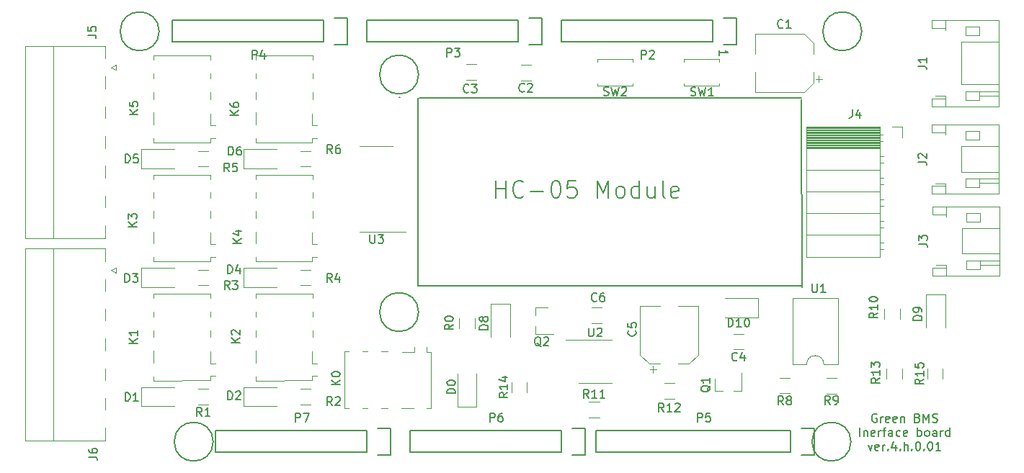
<source format=gbr>
G04 #@! TF.GenerationSoftware,KiCad,Pcbnew,(5.1.9)-1*
G04 #@! TF.CreationDate,2021-03-29T18:58:07+02:00*
G04 #@! TF.ProjectId,Interface_board_1,496e7465-7266-4616-9365-5f626f617264,4.h.0.01*
G04 #@! TF.SameCoordinates,Original*
G04 #@! TF.FileFunction,Legend,Top*
G04 #@! TF.FilePolarity,Positive*
%FSLAX46Y46*%
G04 Gerber Fmt 4.6, Leading zero omitted, Abs format (unit mm)*
G04 Created by KiCad (PCBNEW (5.1.9)-1) date 2021-03-29 18:58:07*
%MOMM*%
%LPD*%
G01*
G04 APERTURE LIST*
%ADD10C,0.150000*%
%ADD11C,0.120000*%
G04 APERTURE END LIST*
D10*
X194614285Y-127060000D02*
X194519047Y-127012380D01*
X194376190Y-127012380D01*
X194233333Y-127060000D01*
X194138095Y-127155238D01*
X194090476Y-127250476D01*
X194042857Y-127440952D01*
X194042857Y-127583809D01*
X194090476Y-127774285D01*
X194138095Y-127869523D01*
X194233333Y-127964761D01*
X194376190Y-128012380D01*
X194471428Y-128012380D01*
X194614285Y-127964761D01*
X194661904Y-127917142D01*
X194661904Y-127583809D01*
X194471428Y-127583809D01*
X195090476Y-128012380D02*
X195090476Y-127345714D01*
X195090476Y-127536190D02*
X195138095Y-127440952D01*
X195185714Y-127393333D01*
X195280952Y-127345714D01*
X195376190Y-127345714D01*
X196090476Y-127964761D02*
X195995238Y-128012380D01*
X195804761Y-128012380D01*
X195709523Y-127964761D01*
X195661904Y-127869523D01*
X195661904Y-127488571D01*
X195709523Y-127393333D01*
X195804761Y-127345714D01*
X195995238Y-127345714D01*
X196090476Y-127393333D01*
X196138095Y-127488571D01*
X196138095Y-127583809D01*
X195661904Y-127679047D01*
X196947619Y-127964761D02*
X196852380Y-128012380D01*
X196661904Y-128012380D01*
X196566666Y-127964761D01*
X196519047Y-127869523D01*
X196519047Y-127488571D01*
X196566666Y-127393333D01*
X196661904Y-127345714D01*
X196852380Y-127345714D01*
X196947619Y-127393333D01*
X196995238Y-127488571D01*
X196995238Y-127583809D01*
X196519047Y-127679047D01*
X197423809Y-127345714D02*
X197423809Y-128012380D01*
X197423809Y-127440952D02*
X197471428Y-127393333D01*
X197566666Y-127345714D01*
X197709523Y-127345714D01*
X197804761Y-127393333D01*
X197852380Y-127488571D01*
X197852380Y-128012380D01*
X199423809Y-127488571D02*
X199566666Y-127536190D01*
X199614285Y-127583809D01*
X199661904Y-127679047D01*
X199661904Y-127821904D01*
X199614285Y-127917142D01*
X199566666Y-127964761D01*
X199471428Y-128012380D01*
X199090476Y-128012380D01*
X199090476Y-127012380D01*
X199423809Y-127012380D01*
X199519047Y-127060000D01*
X199566666Y-127107619D01*
X199614285Y-127202857D01*
X199614285Y-127298095D01*
X199566666Y-127393333D01*
X199519047Y-127440952D01*
X199423809Y-127488571D01*
X199090476Y-127488571D01*
X200090476Y-128012380D02*
X200090476Y-127012380D01*
X200423809Y-127726666D01*
X200757142Y-127012380D01*
X200757142Y-128012380D01*
X201185714Y-127964761D02*
X201328571Y-128012380D01*
X201566666Y-128012380D01*
X201661904Y-127964761D01*
X201709523Y-127917142D01*
X201757142Y-127821904D01*
X201757142Y-127726666D01*
X201709523Y-127631428D01*
X201661904Y-127583809D01*
X201566666Y-127536190D01*
X201376190Y-127488571D01*
X201280952Y-127440952D01*
X201233333Y-127393333D01*
X201185714Y-127298095D01*
X201185714Y-127202857D01*
X201233333Y-127107619D01*
X201280952Y-127060000D01*
X201376190Y-127012380D01*
X201614285Y-127012380D01*
X201757142Y-127060000D01*
X192614285Y-129662380D02*
X192614285Y-128662380D01*
X193090476Y-128995714D02*
X193090476Y-129662380D01*
X193090476Y-129090952D02*
X193138095Y-129043333D01*
X193233333Y-128995714D01*
X193376190Y-128995714D01*
X193471428Y-129043333D01*
X193519047Y-129138571D01*
X193519047Y-129662380D01*
X194376190Y-129614761D02*
X194280952Y-129662380D01*
X194090476Y-129662380D01*
X193995238Y-129614761D01*
X193947619Y-129519523D01*
X193947619Y-129138571D01*
X193995238Y-129043333D01*
X194090476Y-128995714D01*
X194280952Y-128995714D01*
X194376190Y-129043333D01*
X194423809Y-129138571D01*
X194423809Y-129233809D01*
X193947619Y-129329047D01*
X194852380Y-129662380D02*
X194852380Y-128995714D01*
X194852380Y-129186190D02*
X194900000Y-129090952D01*
X194947619Y-129043333D01*
X195042857Y-128995714D01*
X195138095Y-128995714D01*
X195328571Y-128995714D02*
X195709523Y-128995714D01*
X195471428Y-129662380D02*
X195471428Y-128805238D01*
X195519047Y-128710000D01*
X195614285Y-128662380D01*
X195709523Y-128662380D01*
X196471428Y-129662380D02*
X196471428Y-129138571D01*
X196423809Y-129043333D01*
X196328571Y-128995714D01*
X196138095Y-128995714D01*
X196042857Y-129043333D01*
X196471428Y-129614761D02*
X196376190Y-129662380D01*
X196138095Y-129662380D01*
X196042857Y-129614761D01*
X195995238Y-129519523D01*
X195995238Y-129424285D01*
X196042857Y-129329047D01*
X196138095Y-129281428D01*
X196376190Y-129281428D01*
X196471428Y-129233809D01*
X197376190Y-129614761D02*
X197280952Y-129662380D01*
X197090476Y-129662380D01*
X196995238Y-129614761D01*
X196947619Y-129567142D01*
X196900000Y-129471904D01*
X196900000Y-129186190D01*
X196947619Y-129090952D01*
X196995238Y-129043333D01*
X197090476Y-128995714D01*
X197280952Y-128995714D01*
X197376190Y-129043333D01*
X198185714Y-129614761D02*
X198090476Y-129662380D01*
X197900000Y-129662380D01*
X197804761Y-129614761D01*
X197757142Y-129519523D01*
X197757142Y-129138571D01*
X197804761Y-129043333D01*
X197900000Y-128995714D01*
X198090476Y-128995714D01*
X198185714Y-129043333D01*
X198233333Y-129138571D01*
X198233333Y-129233809D01*
X197757142Y-129329047D01*
X199423809Y-129662380D02*
X199423809Y-128662380D01*
X199423809Y-129043333D02*
X199519047Y-128995714D01*
X199709523Y-128995714D01*
X199804761Y-129043333D01*
X199852380Y-129090952D01*
X199900000Y-129186190D01*
X199900000Y-129471904D01*
X199852380Y-129567142D01*
X199804761Y-129614761D01*
X199709523Y-129662380D01*
X199519047Y-129662380D01*
X199423809Y-129614761D01*
X200471428Y-129662380D02*
X200376190Y-129614761D01*
X200328571Y-129567142D01*
X200280952Y-129471904D01*
X200280952Y-129186190D01*
X200328571Y-129090952D01*
X200376190Y-129043333D01*
X200471428Y-128995714D01*
X200614285Y-128995714D01*
X200709523Y-129043333D01*
X200757142Y-129090952D01*
X200804761Y-129186190D01*
X200804761Y-129471904D01*
X200757142Y-129567142D01*
X200709523Y-129614761D01*
X200614285Y-129662380D01*
X200471428Y-129662380D01*
X201661904Y-129662380D02*
X201661904Y-129138571D01*
X201614285Y-129043333D01*
X201519047Y-128995714D01*
X201328571Y-128995714D01*
X201233333Y-129043333D01*
X201661904Y-129614761D02*
X201566666Y-129662380D01*
X201328571Y-129662380D01*
X201233333Y-129614761D01*
X201185714Y-129519523D01*
X201185714Y-129424285D01*
X201233333Y-129329047D01*
X201328571Y-129281428D01*
X201566666Y-129281428D01*
X201661904Y-129233809D01*
X202138095Y-129662380D02*
X202138095Y-128995714D01*
X202138095Y-129186190D02*
X202185714Y-129090952D01*
X202233333Y-129043333D01*
X202328571Y-128995714D01*
X202423809Y-128995714D01*
X203185714Y-129662380D02*
X203185714Y-128662380D01*
X203185714Y-129614761D02*
X203090476Y-129662380D01*
X202900000Y-129662380D01*
X202804761Y-129614761D01*
X202757142Y-129567142D01*
X202709523Y-129471904D01*
X202709523Y-129186190D01*
X202757142Y-129090952D01*
X202804761Y-129043333D01*
X202900000Y-128995714D01*
X203090476Y-128995714D01*
X203185714Y-129043333D01*
X193614285Y-130645714D02*
X193852380Y-131312380D01*
X194090476Y-130645714D01*
X194852380Y-131264761D02*
X194757142Y-131312380D01*
X194566666Y-131312380D01*
X194471428Y-131264761D01*
X194423809Y-131169523D01*
X194423809Y-130788571D01*
X194471428Y-130693333D01*
X194566666Y-130645714D01*
X194757142Y-130645714D01*
X194852380Y-130693333D01*
X194900000Y-130788571D01*
X194900000Y-130883809D01*
X194423809Y-130979047D01*
X195328571Y-131312380D02*
X195328571Y-130645714D01*
X195328571Y-130836190D02*
X195376190Y-130740952D01*
X195423809Y-130693333D01*
X195519047Y-130645714D01*
X195614285Y-130645714D01*
X195947619Y-131217142D02*
X195995238Y-131264761D01*
X195947619Y-131312380D01*
X195900000Y-131264761D01*
X195947619Y-131217142D01*
X195947619Y-131312380D01*
X196852380Y-130645714D02*
X196852380Y-131312380D01*
X196614285Y-130264761D02*
X196376190Y-130979047D01*
X196995238Y-130979047D01*
X197376190Y-131217142D02*
X197423809Y-131264761D01*
X197376190Y-131312380D01*
X197328571Y-131264761D01*
X197376190Y-131217142D01*
X197376190Y-131312380D01*
X197852380Y-131312380D02*
X197852380Y-130312380D01*
X198280952Y-131312380D02*
X198280952Y-130788571D01*
X198233333Y-130693333D01*
X198138095Y-130645714D01*
X197995238Y-130645714D01*
X197900000Y-130693333D01*
X197852380Y-130740952D01*
X198757142Y-131217142D02*
X198804761Y-131264761D01*
X198757142Y-131312380D01*
X198709523Y-131264761D01*
X198757142Y-131217142D01*
X198757142Y-131312380D01*
X199423809Y-130312380D02*
X199519047Y-130312380D01*
X199614285Y-130360000D01*
X199661904Y-130407619D01*
X199709523Y-130502857D01*
X199757142Y-130693333D01*
X199757142Y-130931428D01*
X199709523Y-131121904D01*
X199661904Y-131217142D01*
X199614285Y-131264761D01*
X199519047Y-131312380D01*
X199423809Y-131312380D01*
X199328571Y-131264761D01*
X199280952Y-131217142D01*
X199233333Y-131121904D01*
X199185714Y-130931428D01*
X199185714Y-130693333D01*
X199233333Y-130502857D01*
X199280952Y-130407619D01*
X199328571Y-130360000D01*
X199423809Y-130312380D01*
X200185714Y-131217142D02*
X200233333Y-131264761D01*
X200185714Y-131312380D01*
X200138095Y-131264761D01*
X200185714Y-131217142D01*
X200185714Y-131312380D01*
X200852380Y-130312380D02*
X200947619Y-130312380D01*
X201042857Y-130360000D01*
X201090476Y-130407619D01*
X201138095Y-130502857D01*
X201185714Y-130693333D01*
X201185714Y-130931428D01*
X201138095Y-131121904D01*
X201090476Y-131217142D01*
X201042857Y-131264761D01*
X200947619Y-131312380D01*
X200852380Y-131312380D01*
X200757142Y-131264761D01*
X200709523Y-131217142D01*
X200661904Y-131121904D01*
X200614285Y-130931428D01*
X200614285Y-130693333D01*
X200661904Y-130502857D01*
X200709523Y-130407619D01*
X200757142Y-130360000D01*
X200852380Y-130312380D01*
X202138095Y-131312380D02*
X201566666Y-131312380D01*
X201852380Y-131312380D02*
X201852380Y-130312380D01*
X201757142Y-130455238D01*
X201661904Y-130550476D01*
X201566666Y-130598095D01*
X149867054Y-101605601D02*
X149867054Y-99605601D01*
X149867054Y-100557982D02*
X151009911Y-100557982D01*
X151009911Y-101605601D02*
X151009911Y-99605601D01*
X153105149Y-101415125D02*
X153009911Y-101510363D01*
X152724197Y-101605601D01*
X152533720Y-101605601D01*
X152248006Y-101510363D01*
X152057530Y-101319887D01*
X151962292Y-101129411D01*
X151867054Y-100748459D01*
X151867054Y-100462744D01*
X151962292Y-100081792D01*
X152057530Y-99891316D01*
X152248006Y-99700840D01*
X152533720Y-99605601D01*
X152724197Y-99605601D01*
X153009911Y-99700840D01*
X153105149Y-99796078D01*
X153962292Y-100843697D02*
X155486101Y-100843697D01*
X156819435Y-99605601D02*
X157009911Y-99605601D01*
X157200387Y-99700840D01*
X157295625Y-99796078D01*
X157390863Y-99986554D01*
X157486101Y-100367506D01*
X157486101Y-100843697D01*
X157390863Y-101224649D01*
X157295625Y-101415125D01*
X157200387Y-101510363D01*
X157009911Y-101605601D01*
X156819435Y-101605601D01*
X156628959Y-101510363D01*
X156533720Y-101415125D01*
X156438482Y-101224649D01*
X156343244Y-100843697D01*
X156343244Y-100367506D01*
X156438482Y-99986554D01*
X156533720Y-99796078D01*
X156628959Y-99700840D01*
X156819435Y-99605601D01*
X159295625Y-99605601D02*
X158343244Y-99605601D01*
X158248006Y-100557982D01*
X158343244Y-100462744D01*
X158533720Y-100367506D01*
X159009911Y-100367506D01*
X159200387Y-100462744D01*
X159295625Y-100557982D01*
X159390863Y-100748459D01*
X159390863Y-101224649D01*
X159295625Y-101415125D01*
X159200387Y-101510363D01*
X159009911Y-101605601D01*
X158533720Y-101605601D01*
X158343244Y-101510363D01*
X158248006Y-101415125D01*
X161771816Y-101605601D02*
X161771816Y-99605601D01*
X162438482Y-101034173D01*
X163105149Y-99605601D01*
X163105149Y-101605601D01*
X164343244Y-101605601D02*
X164152768Y-101510363D01*
X164057530Y-101415125D01*
X163962292Y-101224649D01*
X163962292Y-100653220D01*
X164057530Y-100462744D01*
X164152768Y-100367506D01*
X164343244Y-100272268D01*
X164628959Y-100272268D01*
X164819435Y-100367506D01*
X164914673Y-100462744D01*
X165009911Y-100653220D01*
X165009911Y-101224649D01*
X164914673Y-101415125D01*
X164819435Y-101510363D01*
X164628959Y-101605601D01*
X164343244Y-101605601D01*
X166724197Y-101605601D02*
X166724197Y-99605601D01*
X166724197Y-101510363D02*
X166533720Y-101605601D01*
X166152768Y-101605601D01*
X165962292Y-101510363D01*
X165867054Y-101415125D01*
X165771816Y-101224649D01*
X165771816Y-100653220D01*
X165867054Y-100462744D01*
X165962292Y-100367506D01*
X166152768Y-100272268D01*
X166533720Y-100272268D01*
X166724197Y-100367506D01*
X168533720Y-100272268D02*
X168533720Y-101605601D01*
X167676578Y-100272268D02*
X167676578Y-101319887D01*
X167771816Y-101510363D01*
X167962292Y-101605601D01*
X168248006Y-101605601D01*
X168438482Y-101510363D01*
X168533720Y-101415125D01*
X169771816Y-101605601D02*
X169581340Y-101510363D01*
X169486101Y-101319887D01*
X169486101Y-99605601D01*
X171295625Y-101510363D02*
X171105149Y-101605601D01*
X170724197Y-101605601D01*
X170533720Y-101510363D01*
X170438482Y-101319887D01*
X170438482Y-100557982D01*
X170533720Y-100367506D01*
X170724197Y-100272268D01*
X171105149Y-100272268D01*
X171295625Y-100367506D01*
X171390863Y-100557982D01*
X171390863Y-100748459D01*
X170438482Y-100938935D01*
X138536680Y-89816940D02*
X138572240Y-89816940D01*
X138572240Y-89809320D02*
X138536680Y-89816940D01*
X140710920Y-111968280D02*
X140746480Y-89847420D01*
X185755280Y-111947960D02*
X140779500Y-111947960D01*
X185760360Y-90035380D02*
X185823860Y-112110520D01*
X140868400Y-89870280D02*
X185745120Y-89905840D01*
X176146199Y-84857554D02*
X176146199Y-84286125D01*
X176146199Y-84571840D02*
X177146199Y-84571840D01*
X177003341Y-84476601D01*
X176908103Y-84381363D01*
X176860484Y-84286125D01*
D11*
X147368940Y-115732476D02*
X147368940Y-116936604D01*
X145548940Y-115732476D02*
X145548940Y-116936604D01*
X145349340Y-122275800D02*
X145349340Y-126160800D01*
X145349340Y-126160800D02*
X147619340Y-126160800D01*
X147619340Y-126160800D02*
X147619340Y-122275800D01*
X103959020Y-107559160D02*
X94539020Y-107559160D01*
X94539020Y-107559160D02*
X94539020Y-130179160D01*
X94539020Y-130179160D02*
X103959020Y-130179160D01*
X103959020Y-107559160D02*
X103959020Y-109069160D01*
X103959020Y-130179160D02*
X103959020Y-128669160D01*
X103959020Y-111169160D02*
X103959020Y-112569160D01*
X103959020Y-114669160D02*
X103959020Y-116069160D01*
X103959020Y-118169160D02*
X103959020Y-119569160D01*
X103959020Y-121669160D02*
X103959020Y-123069160D01*
X103959020Y-125169160D02*
X103959020Y-126569160D01*
X97849020Y-107559160D02*
X97849020Y-130179160D01*
X105249020Y-110419160D02*
X104649020Y-110119160D01*
X104649020Y-110119160D02*
X105249020Y-109819160D01*
X105249020Y-109819160D02*
X105249020Y-110419160D01*
X103966640Y-83741580D02*
X94546640Y-83741580D01*
X94546640Y-83741580D02*
X94546640Y-106361580D01*
X94546640Y-106361580D02*
X103966640Y-106361580D01*
X103966640Y-83741580D02*
X103966640Y-85251580D01*
X103966640Y-106361580D02*
X103966640Y-104851580D01*
X103966640Y-87351580D02*
X103966640Y-88751580D01*
X103966640Y-90851580D02*
X103966640Y-92251580D01*
X103966640Y-94351580D02*
X103966640Y-95751580D01*
X103966640Y-97851580D02*
X103966640Y-99251580D01*
X103966640Y-101351580D02*
X103966640Y-102751580D01*
X97856640Y-83741580D02*
X97856640Y-106361580D01*
X105256640Y-86601580D02*
X104656640Y-86301580D01*
X104656640Y-86301580D02*
X105256640Y-86001580D01*
X105256640Y-86001580D02*
X105256640Y-86601580D01*
X154515280Y-114467520D02*
X154515280Y-115397520D01*
X154515280Y-117627520D02*
X154515280Y-116697520D01*
X154515280Y-117627520D02*
X156675280Y-117627520D01*
X154515280Y-114467520D02*
X155975280Y-114467520D01*
X175574840Y-124343700D02*
X176504840Y-124343700D01*
X178734840Y-124343700D02*
X177804840Y-124343700D01*
X178734840Y-124343700D02*
X178734840Y-122183700D01*
X175574840Y-124343700D02*
X175574840Y-122883700D01*
X196471540Y-93221500D02*
X197581540Y-93221500D01*
X197581540Y-93221500D02*
X197581540Y-94551500D01*
X186381540Y-93221500D02*
X186381540Y-108581500D01*
X186381540Y-108581500D02*
X195011540Y-108581500D01*
X195011540Y-93221500D02*
X195011540Y-108581500D01*
X186381540Y-93221500D02*
X195011540Y-93221500D01*
X186381540Y-105981500D02*
X195011540Y-105981500D01*
X186381540Y-103441500D02*
X195011540Y-103441500D01*
X186381540Y-100901500D02*
X195011540Y-100901500D01*
X186381540Y-98361500D02*
X195011540Y-98361500D01*
X186381540Y-95821500D02*
X195011540Y-95821500D01*
X195011540Y-107611500D02*
X195421540Y-107611500D01*
X195011540Y-106891500D02*
X195421540Y-106891500D01*
X195011540Y-105071500D02*
X195421540Y-105071500D01*
X195011540Y-104351500D02*
X195421540Y-104351500D01*
X195011540Y-102531500D02*
X195421540Y-102531500D01*
X195011540Y-101811500D02*
X195421540Y-101811500D01*
X195011540Y-99991500D02*
X195421540Y-99991500D01*
X195011540Y-99271500D02*
X195421540Y-99271500D01*
X195011540Y-97451500D02*
X195421540Y-97451500D01*
X195011540Y-96731500D02*
X195421540Y-96731500D01*
X195011540Y-94911500D02*
X195361540Y-94911500D01*
X195011540Y-94191500D02*
X195361540Y-94191500D01*
X186381540Y-95703400D02*
X195011540Y-95703400D01*
X186381540Y-95585305D02*
X195011540Y-95585305D01*
X186381540Y-95467210D02*
X195011540Y-95467210D01*
X186381540Y-95349115D02*
X195011540Y-95349115D01*
X186381540Y-95231020D02*
X195011540Y-95231020D01*
X186381540Y-95112925D02*
X195011540Y-95112925D01*
X186381540Y-94994830D02*
X195011540Y-94994830D01*
X186381540Y-94876735D02*
X195011540Y-94876735D01*
X186381540Y-94758640D02*
X195011540Y-94758640D01*
X186381540Y-94640545D02*
X195011540Y-94640545D01*
X186381540Y-94522450D02*
X195011540Y-94522450D01*
X186381540Y-94404355D02*
X195011540Y-94404355D01*
X186381540Y-94286260D02*
X195011540Y-94286260D01*
X186381540Y-94168165D02*
X195011540Y-94168165D01*
X186381540Y-94050070D02*
X195011540Y-94050070D01*
X186381540Y-93931975D02*
X195011540Y-93931975D01*
X186381540Y-93813880D02*
X195011540Y-93813880D01*
X186381540Y-93695785D02*
X195011540Y-93695785D01*
X186381540Y-93577690D02*
X195011540Y-93577690D01*
X186381540Y-93459595D02*
X195011540Y-93459595D01*
X186381540Y-93341500D02*
X195011540Y-93341500D01*
X135841740Y-105654160D02*
X139291740Y-105654160D01*
X135841740Y-105654160D02*
X133891740Y-105654160D01*
X135841740Y-95534160D02*
X137791740Y-95534160D01*
X135841740Y-95534160D02*
X133891740Y-95534160D01*
X161536380Y-118305900D02*
X158086380Y-118305900D01*
X161536380Y-118305900D02*
X163486380Y-118305900D01*
X161536380Y-123425900D02*
X159586380Y-123425900D01*
X161536380Y-123425900D02*
X163486380Y-123425900D01*
X184743580Y-121167200D02*
X186393580Y-121167200D01*
X184743580Y-113427200D02*
X184743580Y-121167200D01*
X190043580Y-113427200D02*
X184743580Y-113427200D01*
X190043580Y-121167200D02*
X190043580Y-113427200D01*
X188393580Y-121167200D02*
X190043580Y-121167200D01*
X186393580Y-121167200D02*
G75*
G02*
X188393580Y-121167200I1000000J0D01*
G01*
X161810000Y-88450000D02*
X161810000Y-88150000D01*
X165950000Y-85310000D02*
X165950000Y-85610000D01*
X165950000Y-88150000D02*
X165950000Y-88450000D01*
X161810000Y-85310000D02*
X165950000Y-85310000D01*
X161810000Y-85610000D02*
X161810000Y-85310000D01*
X165950000Y-88450000D02*
X161810000Y-88450000D01*
X202400000Y-122892064D02*
X202400000Y-121687936D01*
X200580000Y-122892064D02*
X200580000Y-121687936D01*
X153536060Y-124477864D02*
X153536060Y-123273736D01*
X151716060Y-124477864D02*
X151716060Y-123273736D01*
X195754360Y-121670996D02*
X195754360Y-122875124D01*
X197574360Y-121670996D02*
X197574360Y-122875124D01*
X169669376Y-125222680D02*
X170873504Y-125222680D01*
X169669376Y-123402680D02*
X170873504Y-123402680D01*
X160814936Y-127435020D02*
X162019064Y-127435020D01*
X160814936Y-125615020D02*
X162019064Y-125615020D01*
X195510520Y-114665676D02*
X195510520Y-115869804D01*
X197330520Y-114665676D02*
X197330520Y-115869804D01*
X188711216Y-124637820D02*
X189915344Y-124637820D01*
X188711216Y-122817820D02*
X189915344Y-122817820D01*
X184408624Y-122777180D02*
X183204496Y-122777180D01*
X184408624Y-124597180D02*
X183204496Y-124597180D01*
X128102064Y-96090000D02*
X126897936Y-96090000D01*
X128102064Y-97910000D02*
X126897936Y-97910000D01*
X116102064Y-96090000D02*
X114897936Y-96090000D01*
X116102064Y-97910000D02*
X114897936Y-97910000D01*
X128102064Y-110090000D02*
X126897936Y-110090000D01*
X128102064Y-111910000D02*
X126897936Y-111910000D01*
X116102064Y-110090000D02*
X114897936Y-110090000D01*
X116102064Y-111910000D02*
X114897936Y-111910000D01*
X128102064Y-124090000D02*
X126897936Y-124090000D01*
X128102064Y-125910000D02*
X126897936Y-125910000D01*
X116102064Y-124090000D02*
X114897936Y-124090000D01*
X116102064Y-125910000D02*
X114897936Y-125910000D01*
X128300000Y-95090000D02*
X121640000Y-95100000D01*
X121640000Y-95100000D02*
X121640000Y-94600000D01*
X121640000Y-93000000D02*
X121640000Y-91600000D01*
X121640000Y-90000000D02*
X121640000Y-89200000D01*
X121640000Y-87600000D02*
X121640000Y-87000000D01*
X121640000Y-85400000D02*
X121640000Y-84900000D01*
X121640000Y-84900000D02*
X128340000Y-84900000D01*
X128340000Y-84900000D02*
X128340000Y-85400000D01*
X128340000Y-87000000D02*
X128340000Y-87600000D01*
X128340000Y-89200000D02*
X128340000Y-90000000D01*
X128300000Y-91690000D02*
X128300000Y-93090000D01*
X128300000Y-95090000D02*
X128300000Y-94590000D01*
X128300000Y-94590000D02*
X128900000Y-94590000D01*
X128300000Y-93090000D02*
X128900000Y-93090000D01*
X116300000Y-95090000D02*
X109640000Y-95100000D01*
X109640000Y-95100000D02*
X109640000Y-94600000D01*
X109640000Y-93000000D02*
X109640000Y-91600000D01*
X109640000Y-90000000D02*
X109640000Y-89200000D01*
X109640000Y-87600000D02*
X109640000Y-87000000D01*
X109640000Y-85400000D02*
X109640000Y-84900000D01*
X109640000Y-84900000D02*
X116340000Y-84900000D01*
X116340000Y-84900000D02*
X116340000Y-85400000D01*
X116340000Y-87000000D02*
X116340000Y-87600000D01*
X116340000Y-89200000D02*
X116340000Y-90000000D01*
X116300000Y-91690000D02*
X116300000Y-93090000D01*
X116300000Y-95090000D02*
X116300000Y-94590000D01*
X116300000Y-94590000D02*
X116900000Y-94590000D01*
X116300000Y-93090000D02*
X116900000Y-93090000D01*
X128300000Y-109090000D02*
X121640000Y-109100000D01*
X121640000Y-109100000D02*
X121640000Y-108600000D01*
X121640000Y-107000000D02*
X121640000Y-105600000D01*
X121640000Y-104000000D02*
X121640000Y-103200000D01*
X121640000Y-101600000D02*
X121640000Y-101000000D01*
X121640000Y-99400000D02*
X121640000Y-98900000D01*
X121640000Y-98900000D02*
X128340000Y-98900000D01*
X128340000Y-98900000D02*
X128340000Y-99400000D01*
X128340000Y-101000000D02*
X128340000Y-101600000D01*
X128340000Y-103200000D02*
X128340000Y-104000000D01*
X128300000Y-105690000D02*
X128300000Y-107090000D01*
X128300000Y-109090000D02*
X128300000Y-108590000D01*
X128300000Y-108590000D02*
X128900000Y-108590000D01*
X128300000Y-107090000D02*
X128900000Y-107090000D01*
X116300000Y-109090000D02*
X109640000Y-109100000D01*
X109640000Y-109100000D02*
X109640000Y-108600000D01*
X109640000Y-107000000D02*
X109640000Y-105600000D01*
X109640000Y-104000000D02*
X109640000Y-103200000D01*
X109640000Y-101600000D02*
X109640000Y-101000000D01*
X109640000Y-99400000D02*
X109640000Y-98900000D01*
X109640000Y-98900000D02*
X116340000Y-98900000D01*
X116340000Y-98900000D02*
X116340000Y-99400000D01*
X116340000Y-101000000D02*
X116340000Y-101600000D01*
X116340000Y-103200000D02*
X116340000Y-104000000D01*
X116300000Y-105690000D02*
X116300000Y-107090000D01*
X116300000Y-109090000D02*
X116300000Y-108590000D01*
X116300000Y-108590000D02*
X116900000Y-108590000D01*
X116300000Y-107090000D02*
X116900000Y-107090000D01*
X128300000Y-123090000D02*
X121640000Y-123100000D01*
X121640000Y-123100000D02*
X121640000Y-122600000D01*
X121640000Y-121000000D02*
X121640000Y-119600000D01*
X121640000Y-118000000D02*
X121640000Y-117200000D01*
X121640000Y-115600000D02*
X121640000Y-115000000D01*
X121640000Y-113400000D02*
X121640000Y-112900000D01*
X121640000Y-112900000D02*
X128340000Y-112900000D01*
X128340000Y-112900000D02*
X128340000Y-113400000D01*
X128340000Y-115000000D02*
X128340000Y-115600000D01*
X128340000Y-117200000D02*
X128340000Y-118000000D01*
X128300000Y-119690000D02*
X128300000Y-121090000D01*
X128300000Y-123090000D02*
X128300000Y-122590000D01*
X128300000Y-122590000D02*
X128900000Y-122590000D01*
X128300000Y-121090000D02*
X128900000Y-121090000D01*
X116300000Y-123090000D02*
X109640000Y-123100000D01*
X109640000Y-123100000D02*
X109640000Y-122600000D01*
X109640000Y-121000000D02*
X109640000Y-119600000D01*
X109640000Y-118000000D02*
X109640000Y-117200000D01*
X109640000Y-115600000D02*
X109640000Y-115000000D01*
X109640000Y-113400000D02*
X109640000Y-112900000D01*
X109640000Y-112900000D02*
X116340000Y-112900000D01*
X116340000Y-112900000D02*
X116340000Y-113400000D01*
X116340000Y-115000000D02*
X116340000Y-115600000D01*
X116340000Y-117200000D02*
X116340000Y-118000000D01*
X116300000Y-119690000D02*
X116300000Y-121090000D01*
X116300000Y-123090000D02*
X116300000Y-122590000D01*
X116300000Y-122590000D02*
X116900000Y-122590000D01*
X116300000Y-121090000D02*
X116900000Y-121090000D01*
X142267780Y-119722360D02*
X142277780Y-126382360D01*
X142277780Y-126382360D02*
X141777780Y-126382360D01*
X140177780Y-126382360D02*
X138777780Y-126382360D01*
X137177780Y-126382360D02*
X136377780Y-126382360D01*
X134777780Y-126382360D02*
X134177780Y-126382360D01*
X132577780Y-126382360D02*
X132077780Y-126382360D01*
X132077780Y-126382360D02*
X132077780Y-119682360D01*
X132077780Y-119682360D02*
X132577780Y-119682360D01*
X134177780Y-119682360D02*
X134777780Y-119682360D01*
X136377780Y-119682360D02*
X137177780Y-119682360D01*
X138867780Y-119722360D02*
X140267780Y-119722360D01*
X142267780Y-119722360D02*
X141767780Y-119722360D01*
X141767780Y-119722360D02*
X141767780Y-119122360D01*
X140267780Y-119722360D02*
X140267780Y-119122360D01*
X202786280Y-109551680D02*
X201571280Y-109551680D01*
X206746280Y-109491680D02*
X209006280Y-109491680D01*
X206746280Y-108991680D02*
X209006280Y-108991680D01*
X205146280Y-104391680D02*
X205146280Y-103391680D01*
X206746280Y-104391680D02*
X205146280Y-104391680D01*
X206746280Y-103391680D02*
X206746280Y-104391680D01*
X205146280Y-103391680D02*
X206746280Y-103391680D01*
X205146280Y-108991680D02*
X205146280Y-109991680D01*
X206746280Y-108991680D02*
X205146280Y-108991680D01*
X206746280Y-109991680D02*
X206746280Y-108991680D01*
X205146280Y-109991680D02*
X206746280Y-109991680D01*
X202786280Y-102631680D02*
X202786280Y-103551680D01*
X202786280Y-110751680D02*
X202786280Y-109831680D01*
X204646280Y-105191680D02*
X209006280Y-105191680D01*
X204646280Y-108191680D02*
X204646280Y-105191680D01*
X209006280Y-108191680D02*
X204646280Y-108191680D01*
X202786280Y-103551680D02*
X202786280Y-103831680D01*
X201186280Y-103551680D02*
X202786280Y-103551680D01*
X201186280Y-102631680D02*
X201186280Y-103551680D01*
X209006280Y-102631680D02*
X201186280Y-102631680D01*
X209006280Y-110751680D02*
X209006280Y-102631680D01*
X201186280Y-110751680D02*
X209006280Y-110751680D01*
X201186280Y-109831680D02*
X201186280Y-110751680D01*
X202786280Y-109831680D02*
X201186280Y-109831680D01*
X202786280Y-109551680D02*
X202786280Y-109831680D01*
X202717700Y-99909840D02*
X201502700Y-99909840D01*
X206677700Y-99849840D02*
X208937700Y-99849840D01*
X206677700Y-99349840D02*
X208937700Y-99349840D01*
X205077700Y-94749840D02*
X205077700Y-93749840D01*
X206677700Y-94749840D02*
X205077700Y-94749840D01*
X206677700Y-93749840D02*
X206677700Y-94749840D01*
X205077700Y-93749840D02*
X206677700Y-93749840D01*
X205077700Y-99349840D02*
X205077700Y-100349840D01*
X206677700Y-99349840D02*
X205077700Y-99349840D01*
X206677700Y-100349840D02*
X206677700Y-99349840D01*
X205077700Y-100349840D02*
X206677700Y-100349840D01*
X202717700Y-92989840D02*
X202717700Y-93909840D01*
X202717700Y-101109840D02*
X202717700Y-100189840D01*
X204577700Y-95549840D02*
X208937700Y-95549840D01*
X204577700Y-98549840D02*
X204577700Y-95549840D01*
X208937700Y-98549840D02*
X204577700Y-98549840D01*
X202717700Y-93909840D02*
X202717700Y-94189840D01*
X201117700Y-93909840D02*
X202717700Y-93909840D01*
X201117700Y-92989840D02*
X201117700Y-93909840D01*
X208937700Y-92989840D02*
X201117700Y-92989840D01*
X208937700Y-101109840D02*
X208937700Y-92989840D01*
X201117700Y-101109840D02*
X208937700Y-101109840D01*
X201117700Y-100189840D02*
X201117700Y-101109840D01*
X202717700Y-100189840D02*
X201117700Y-100189840D01*
X202717700Y-99909840D02*
X202717700Y-100189840D01*
X202727860Y-89653320D02*
X201512860Y-89653320D01*
X206687860Y-89593320D02*
X208947860Y-89593320D01*
X206687860Y-89093320D02*
X208947860Y-89093320D01*
X205087860Y-82493320D02*
X205087860Y-81493320D01*
X206687860Y-82493320D02*
X205087860Y-82493320D01*
X206687860Y-81493320D02*
X206687860Y-82493320D01*
X205087860Y-81493320D02*
X206687860Y-81493320D01*
X205087860Y-89093320D02*
X205087860Y-90093320D01*
X206687860Y-89093320D02*
X205087860Y-89093320D01*
X206687860Y-90093320D02*
X206687860Y-89093320D01*
X205087860Y-90093320D02*
X206687860Y-90093320D01*
X202727860Y-80733320D02*
X202727860Y-81653320D01*
X202727860Y-90853320D02*
X202727860Y-89933320D01*
X204587860Y-83293320D02*
X208947860Y-83293320D01*
X204587860Y-88293320D02*
X204587860Y-83293320D01*
X208947860Y-88293320D02*
X204587860Y-88293320D01*
X202727860Y-81653320D02*
X202727860Y-81933320D01*
X201127860Y-81653320D02*
X202727860Y-81653320D01*
X201127860Y-80733320D02*
X201127860Y-81653320D01*
X208947860Y-80733320D02*
X201127860Y-80733320D01*
X208947860Y-90853320D02*
X208947860Y-80733320D01*
X201127860Y-90853320D02*
X208947860Y-90853320D01*
X201127860Y-89933320D02*
X201127860Y-90853320D01*
X202727860Y-89933320D02*
X201127860Y-89933320D01*
X202727860Y-89653320D02*
X202727860Y-89933320D01*
X180670480Y-113380920D02*
X176785480Y-113380920D01*
X180670480Y-115650920D02*
X180670480Y-113380920D01*
X176785480Y-115650920D02*
X180670480Y-115650920D01*
X200390040Y-112982740D02*
X200390040Y-116867740D01*
X202660040Y-112982740D02*
X200390040Y-112982740D01*
X202660040Y-116867740D02*
X202660040Y-112982740D01*
X149268560Y-114118120D02*
X149268560Y-118003120D01*
X151538560Y-114118120D02*
X149268560Y-114118120D01*
X151538560Y-118003120D02*
X151538560Y-114118120D01*
X120215000Y-98135000D02*
X124100000Y-98135000D01*
X120215000Y-95865000D02*
X120215000Y-98135000D01*
X124100000Y-95865000D02*
X120215000Y-95865000D01*
X108215000Y-98135000D02*
X112100000Y-98135000D01*
X108215000Y-95865000D02*
X108215000Y-98135000D01*
X112100000Y-95865000D02*
X108215000Y-95865000D01*
X120215000Y-112135000D02*
X124100000Y-112135000D01*
X120215000Y-109865000D02*
X120215000Y-112135000D01*
X124100000Y-109865000D02*
X120215000Y-109865000D01*
X108215000Y-112135000D02*
X112100000Y-112135000D01*
X108215000Y-109865000D02*
X108215000Y-112135000D01*
X112100000Y-109865000D02*
X108215000Y-109865000D01*
X120215000Y-126135000D02*
X124100000Y-126135000D01*
X120215000Y-123865000D02*
X120215000Y-126135000D01*
X124100000Y-123865000D02*
X120215000Y-123865000D01*
X108215000Y-126135000D02*
X112100000Y-126135000D01*
X108215000Y-123865000D02*
X108215000Y-126135000D01*
X112100000Y-123865000D02*
X108215000Y-123865000D01*
X162318784Y-114535540D02*
X161114656Y-114535540D01*
X162318784Y-116355540D02*
X161114656Y-116355540D01*
X167964150Y-121777830D02*
X168751650Y-121777830D01*
X168357900Y-122171580D02*
X168357900Y-121384080D01*
X172550963Y-121144080D02*
X173615400Y-120079643D01*
X167859837Y-121144080D02*
X166795400Y-120079643D01*
X167859837Y-121144080D02*
X169145400Y-121144080D01*
X172550963Y-121144080D02*
X171265400Y-121144080D01*
X173615400Y-120079643D02*
X173615400Y-114324080D01*
X166795400Y-120079643D02*
X166795400Y-114324080D01*
X166795400Y-114324080D02*
X169145400Y-114324080D01*
X173615400Y-114324080D02*
X171265400Y-114324080D01*
X178987544Y-119434040D02*
X177783416Y-119434040D01*
X178987544Y-117614040D02*
X177783416Y-117614040D01*
X146357936Y-87720000D02*
X147562064Y-87720000D01*
X146357936Y-85900000D02*
X147562064Y-85900000D01*
X153992064Y-85980000D02*
X152787936Y-85980000D01*
X153992064Y-87800000D02*
X152787936Y-87800000D01*
X180379320Y-82373420D02*
X180379320Y-84723420D01*
X180379320Y-89193420D02*
X180379320Y-86843420D01*
X186134883Y-89193420D02*
X180379320Y-89193420D01*
X186134883Y-82373420D02*
X180379320Y-82373420D01*
X187199320Y-83437857D02*
X187199320Y-84723420D01*
X187199320Y-88128983D02*
X187199320Y-86843420D01*
X187199320Y-88128983D02*
X186134883Y-89193420D01*
X187199320Y-83437857D02*
X186134883Y-82373420D01*
X188226820Y-87630920D02*
X187439320Y-87630920D01*
X187833070Y-88024670D02*
X187833070Y-87237170D01*
X176080000Y-85320000D02*
X176080000Y-85620000D01*
X171940000Y-88460000D02*
X171940000Y-88160000D01*
X171940000Y-85620000D02*
X171940000Y-85320000D01*
X176080000Y-88460000D02*
X171940000Y-88460000D01*
X176080000Y-88160000D02*
X176080000Y-88460000D01*
X171940000Y-85320000D02*
X176080000Y-85320000D01*
D10*
X178148580Y-83581840D02*
X178148580Y-80481840D01*
X176598580Y-83581840D02*
X178148580Y-83581840D01*
X175328580Y-80761840D02*
X175328580Y-83301840D01*
X178148580Y-80481840D02*
X176598580Y-80481840D01*
X157548580Y-83301840D02*
X175328580Y-83301840D01*
X157548580Y-80761840D02*
X157548580Y-83301840D01*
X175328580Y-80761840D02*
X157548580Y-80761840D01*
X155288580Y-83581840D02*
X155288580Y-80481840D01*
X153738580Y-83581840D02*
X155288580Y-83581840D01*
X152468580Y-80761840D02*
X152468580Y-83301840D01*
X155288580Y-80481840D02*
X153738580Y-80481840D01*
X134688580Y-83301840D02*
X152468580Y-83301840D01*
X134688580Y-80761840D02*
X134688580Y-83301840D01*
X152468580Y-80761840D02*
X134688580Y-80761840D01*
X132428580Y-83581840D02*
X132428580Y-80481840D01*
X130878580Y-83581840D02*
X132428580Y-83581840D01*
X129608580Y-80761840D02*
X129608580Y-83301840D01*
X132428580Y-80481840D02*
X130878580Y-80481840D01*
X111828580Y-83301840D02*
X129608580Y-83301840D01*
X111828580Y-80761840D02*
X111828580Y-83301840D01*
X129608580Y-80761840D02*
X111828580Y-80761840D01*
X187292580Y-131841840D02*
X187292580Y-128741840D01*
X185742580Y-131841840D02*
X187292580Y-131841840D01*
X184472580Y-129021840D02*
X184472580Y-131561840D01*
X187292580Y-128741840D02*
X185742580Y-128741840D01*
X161612580Y-131561840D02*
X184472580Y-131561840D01*
X161612580Y-129021840D02*
X161612580Y-131561840D01*
X184472580Y-129021840D02*
X161612580Y-129021840D01*
X160368580Y-131841840D02*
X160368580Y-128741840D01*
X158818580Y-131841840D02*
X160368580Y-131841840D01*
X157548580Y-129021840D02*
X157548580Y-131561840D01*
X160368580Y-128741840D02*
X158818580Y-128741840D01*
X139768580Y-131561840D02*
X157548580Y-131561840D01*
X139768580Y-129021840D02*
X139768580Y-131561840D01*
X157548580Y-129021840D02*
X139768580Y-129021840D01*
X137508580Y-131841840D02*
X137508580Y-128741840D01*
X135958580Y-131841840D02*
X137508580Y-131841840D01*
X134688580Y-129021840D02*
X134688580Y-131561840D01*
X137508580Y-128741840D02*
X135958580Y-128741840D01*
X116908580Y-131561840D02*
X134688580Y-131561840D01*
X116908580Y-129021840D02*
X116908580Y-131561840D01*
X134688580Y-129021840D02*
X116908580Y-129021840D01*
X192854580Y-82031840D02*
G75*
G03*
X192854580Y-82031840I-2286000J0D01*
G01*
X140784580Y-87111840D02*
G75*
G03*
X140784580Y-87111840I-2286000J0D01*
G01*
X110304580Y-82031840D02*
G75*
G03*
X110304580Y-82031840I-2286000J0D01*
G01*
X191584580Y-130291840D02*
G75*
G03*
X191584580Y-130291840I-2286000J0D01*
G01*
X140784580Y-115051840D02*
G75*
G03*
X140784580Y-115051840I-2286000J0D01*
G01*
X116654580Y-130291840D02*
G75*
G03*
X116654580Y-130291840I-2286000J0D01*
G01*
X144862380Y-116501206D02*
X144386190Y-116834540D01*
X144862380Y-117072635D02*
X143862380Y-117072635D01*
X143862380Y-116691682D01*
X143910000Y-116596444D01*
X143957619Y-116548825D01*
X144052857Y-116501206D01*
X144195714Y-116501206D01*
X144290952Y-116548825D01*
X144338571Y-116596444D01*
X144386190Y-116691682D01*
X144386190Y-117072635D01*
X143862380Y-115882159D02*
X143862380Y-115786920D01*
X143910000Y-115691682D01*
X143957619Y-115644063D01*
X144052857Y-115596444D01*
X144243333Y-115548825D01*
X144481428Y-115548825D01*
X144671904Y-115596444D01*
X144767142Y-115644063D01*
X144814761Y-115691682D01*
X144862380Y-115786920D01*
X144862380Y-115882159D01*
X144814761Y-115977397D01*
X144767142Y-116025016D01*
X144671904Y-116072635D01*
X144481428Y-116120254D01*
X144243333Y-116120254D01*
X144052857Y-116072635D01*
X143957619Y-116025016D01*
X143910000Y-115977397D01*
X143862380Y-115882159D01*
X145116720Y-124613895D02*
X144116720Y-124613895D01*
X144116720Y-124375800D01*
X144164340Y-124232942D01*
X144259578Y-124137704D01*
X144354816Y-124090085D01*
X144545292Y-124042466D01*
X144688149Y-124042466D01*
X144878625Y-124090085D01*
X144973863Y-124137704D01*
X145069101Y-124232942D01*
X145116720Y-124375800D01*
X145116720Y-124613895D01*
X144116720Y-123423419D02*
X144116720Y-123328180D01*
X144164340Y-123232942D01*
X144211959Y-123185323D01*
X144307197Y-123137704D01*
X144497673Y-123090085D01*
X144735768Y-123090085D01*
X144926244Y-123137704D01*
X145021482Y-123185323D01*
X145069101Y-123232942D01*
X145116720Y-123328180D01*
X145116720Y-123423419D01*
X145069101Y-123518657D01*
X145021482Y-123566276D01*
X144926244Y-123613895D01*
X144735768Y-123661514D01*
X144497673Y-123661514D01*
X144307197Y-123613895D01*
X144211959Y-123566276D01*
X144164340Y-123518657D01*
X144116720Y-123423419D01*
X102042380Y-132073333D02*
X102756666Y-132073333D01*
X102899523Y-132120952D01*
X102994761Y-132216190D01*
X103042380Y-132359047D01*
X103042380Y-132454285D01*
X102042380Y-131168571D02*
X102042380Y-131359047D01*
X102090000Y-131454285D01*
X102137619Y-131501904D01*
X102280476Y-131597142D01*
X102470952Y-131644761D01*
X102851904Y-131644761D01*
X102947142Y-131597142D01*
X102994761Y-131549523D01*
X103042380Y-131454285D01*
X103042380Y-131263809D01*
X102994761Y-131168571D01*
X102947142Y-131120952D01*
X102851904Y-131073333D01*
X102613809Y-131073333D01*
X102518571Y-131120952D01*
X102470952Y-131168571D01*
X102423333Y-131263809D01*
X102423333Y-131454285D01*
X102470952Y-131549523D01*
X102518571Y-131597142D01*
X102613809Y-131644761D01*
X101912380Y-82463333D02*
X102626666Y-82463333D01*
X102769523Y-82510952D01*
X102864761Y-82606190D01*
X102912380Y-82749047D01*
X102912380Y-82844285D01*
X101912380Y-81510952D02*
X101912380Y-81987142D01*
X102388571Y-82034761D01*
X102340952Y-81987142D01*
X102293333Y-81891904D01*
X102293333Y-81653809D01*
X102340952Y-81558571D01*
X102388571Y-81510952D01*
X102483809Y-81463333D01*
X102721904Y-81463333D01*
X102817142Y-81510952D01*
X102864761Y-81558571D01*
X102912380Y-81653809D01*
X102912380Y-81891904D01*
X102864761Y-81987142D01*
X102817142Y-82034761D01*
X155180041Y-119095139D02*
X155084803Y-119047520D01*
X154989565Y-118952281D01*
X154846708Y-118809424D01*
X154751470Y-118761805D01*
X154656232Y-118761805D01*
X154703851Y-118999900D02*
X154608613Y-118952281D01*
X154513375Y-118857043D01*
X154465756Y-118666567D01*
X154465756Y-118333234D01*
X154513375Y-118142758D01*
X154608613Y-118047520D01*
X154703851Y-117999900D01*
X154894327Y-117999900D01*
X154989565Y-118047520D01*
X155084803Y-118142758D01*
X155132422Y-118333234D01*
X155132422Y-118666567D01*
X155084803Y-118857043D01*
X154989565Y-118952281D01*
X154894327Y-118999900D01*
X154703851Y-118999900D01*
X155513375Y-118095139D02*
X155560994Y-118047520D01*
X155656232Y-117999900D01*
X155894327Y-117999900D01*
X155989565Y-118047520D01*
X156037184Y-118095139D01*
X156084803Y-118190377D01*
X156084803Y-118285615D01*
X156037184Y-118428472D01*
X155465756Y-118999900D01*
X156084803Y-118999900D01*
X175067619Y-123695238D02*
X175020000Y-123790476D01*
X174924761Y-123885714D01*
X174781904Y-124028571D01*
X174734285Y-124123809D01*
X174734285Y-124219047D01*
X174972380Y-124171428D02*
X174924761Y-124266666D01*
X174829523Y-124361904D01*
X174639047Y-124409523D01*
X174305714Y-124409523D01*
X174115238Y-124361904D01*
X174020000Y-124266666D01*
X173972380Y-124171428D01*
X173972380Y-123980952D01*
X174020000Y-123885714D01*
X174115238Y-123790476D01*
X174305714Y-123742857D01*
X174639047Y-123742857D01*
X174829523Y-123790476D01*
X174924761Y-123885714D01*
X174972380Y-123980952D01*
X174972380Y-124171428D01*
X174972380Y-122790476D02*
X174972380Y-123361904D01*
X174972380Y-123076190D02*
X173972380Y-123076190D01*
X174115238Y-123171428D01*
X174210476Y-123266666D01*
X174258095Y-123361904D01*
X191758206Y-91233880D02*
X191758206Y-91948166D01*
X191710587Y-92091023D01*
X191615349Y-92186261D01*
X191472492Y-92233880D01*
X191377254Y-92233880D01*
X192662968Y-91567214D02*
X192662968Y-92233880D01*
X192424873Y-91186261D02*
X192186778Y-91900547D01*
X192805825Y-91900547D01*
X135079835Y-105946540D02*
X135079835Y-106756064D01*
X135127454Y-106851302D01*
X135175073Y-106898921D01*
X135270311Y-106946540D01*
X135460787Y-106946540D01*
X135556025Y-106898921D01*
X135603644Y-106851302D01*
X135651263Y-106756064D01*
X135651263Y-105946540D01*
X136032216Y-105946540D02*
X136651263Y-105946540D01*
X136317930Y-106327493D01*
X136460787Y-106327493D01*
X136556025Y-106375112D01*
X136603644Y-106422731D01*
X136651263Y-106517969D01*
X136651263Y-106756064D01*
X136603644Y-106851302D01*
X136556025Y-106898921D01*
X136460787Y-106946540D01*
X136175073Y-106946540D01*
X136079835Y-106898921D01*
X136032216Y-106851302D01*
X160774475Y-116918280D02*
X160774475Y-117727804D01*
X160822094Y-117823042D01*
X160869713Y-117870661D01*
X160964951Y-117918280D01*
X161155427Y-117918280D01*
X161250665Y-117870661D01*
X161298284Y-117823042D01*
X161345903Y-117727804D01*
X161345903Y-116918280D01*
X161774475Y-117013519D02*
X161822094Y-116965900D01*
X161917332Y-116918280D01*
X162155427Y-116918280D01*
X162250665Y-116965900D01*
X162298284Y-117013519D01*
X162345903Y-117108757D01*
X162345903Y-117203995D01*
X162298284Y-117346852D01*
X161726856Y-117918280D01*
X162345903Y-117918280D01*
X187028095Y-111742380D02*
X187028095Y-112551904D01*
X187075714Y-112647142D01*
X187123333Y-112694761D01*
X187218571Y-112742380D01*
X187409047Y-112742380D01*
X187504285Y-112694761D01*
X187551904Y-112647142D01*
X187599523Y-112551904D01*
X187599523Y-111742380D01*
X188599523Y-112742380D02*
X188028095Y-112742380D01*
X188313809Y-112742380D02*
X188313809Y-111742380D01*
X188218571Y-111885238D01*
X188123333Y-111980476D01*
X188028095Y-112028095D01*
X162546666Y-89534761D02*
X162689523Y-89582380D01*
X162927619Y-89582380D01*
X163022857Y-89534761D01*
X163070476Y-89487142D01*
X163118095Y-89391904D01*
X163118095Y-89296666D01*
X163070476Y-89201428D01*
X163022857Y-89153809D01*
X162927619Y-89106190D01*
X162737142Y-89058571D01*
X162641904Y-89010952D01*
X162594285Y-88963333D01*
X162546666Y-88868095D01*
X162546666Y-88772857D01*
X162594285Y-88677619D01*
X162641904Y-88630000D01*
X162737142Y-88582380D01*
X162975238Y-88582380D01*
X163118095Y-88630000D01*
X163451428Y-88582380D02*
X163689523Y-89582380D01*
X163880000Y-88868095D01*
X164070476Y-89582380D01*
X164308571Y-88582380D01*
X164641904Y-88677619D02*
X164689523Y-88630000D01*
X164784761Y-88582380D01*
X165022857Y-88582380D01*
X165118095Y-88630000D01*
X165165714Y-88677619D01*
X165213333Y-88772857D01*
X165213333Y-88868095D01*
X165165714Y-89010952D01*
X164594285Y-89582380D01*
X165213333Y-89582380D01*
X200122380Y-122932857D02*
X199646190Y-123266190D01*
X200122380Y-123504285D02*
X199122380Y-123504285D01*
X199122380Y-123123333D01*
X199170000Y-123028095D01*
X199217619Y-122980476D01*
X199312857Y-122932857D01*
X199455714Y-122932857D01*
X199550952Y-122980476D01*
X199598571Y-123028095D01*
X199646190Y-123123333D01*
X199646190Y-123504285D01*
X200122380Y-121980476D02*
X200122380Y-122551904D01*
X200122380Y-122266190D02*
X199122380Y-122266190D01*
X199265238Y-122361428D01*
X199360476Y-122456666D01*
X199408095Y-122551904D01*
X199122380Y-121075714D02*
X199122380Y-121551904D01*
X199598571Y-121599523D01*
X199550952Y-121551904D01*
X199503333Y-121456666D01*
X199503333Y-121218571D01*
X199550952Y-121123333D01*
X199598571Y-121075714D01*
X199693809Y-121028095D01*
X199931904Y-121028095D01*
X200027142Y-121075714D01*
X200074761Y-121123333D01*
X200122380Y-121218571D01*
X200122380Y-121456666D01*
X200074761Y-121551904D01*
X200027142Y-121599523D01*
X151258440Y-124518657D02*
X150782250Y-124851990D01*
X151258440Y-125090085D02*
X150258440Y-125090085D01*
X150258440Y-124709133D01*
X150306060Y-124613895D01*
X150353679Y-124566276D01*
X150448917Y-124518657D01*
X150591774Y-124518657D01*
X150687012Y-124566276D01*
X150734631Y-124613895D01*
X150782250Y-124709133D01*
X150782250Y-125090085D01*
X151258440Y-123566276D02*
X151258440Y-124137704D01*
X151258440Y-123851990D02*
X150258440Y-123851990D01*
X150401298Y-123947228D01*
X150496536Y-124042466D01*
X150544155Y-124137704D01*
X150591774Y-122709133D02*
X151258440Y-122709133D01*
X150210821Y-122947228D02*
X150925107Y-123185323D01*
X150925107Y-122566276D01*
X194962380Y-122812857D02*
X194486190Y-123146190D01*
X194962380Y-123384285D02*
X193962380Y-123384285D01*
X193962380Y-123003333D01*
X194010000Y-122908095D01*
X194057619Y-122860476D01*
X194152857Y-122812857D01*
X194295714Y-122812857D01*
X194390952Y-122860476D01*
X194438571Y-122908095D01*
X194486190Y-123003333D01*
X194486190Y-123384285D01*
X194962380Y-121860476D02*
X194962380Y-122431904D01*
X194962380Y-122146190D02*
X193962380Y-122146190D01*
X194105238Y-122241428D01*
X194200476Y-122336666D01*
X194248095Y-122431904D01*
X193962380Y-121527142D02*
X193962380Y-120908095D01*
X194343333Y-121241428D01*
X194343333Y-121098571D01*
X194390952Y-121003333D01*
X194438571Y-120955714D01*
X194533809Y-120908095D01*
X194771904Y-120908095D01*
X194867142Y-120955714D01*
X194914761Y-121003333D01*
X194962380Y-121098571D01*
X194962380Y-121384285D01*
X194914761Y-121479523D01*
X194867142Y-121527142D01*
X169597142Y-126762380D02*
X169263809Y-126286190D01*
X169025714Y-126762380D02*
X169025714Y-125762380D01*
X169406666Y-125762380D01*
X169501904Y-125810000D01*
X169549523Y-125857619D01*
X169597142Y-125952857D01*
X169597142Y-126095714D01*
X169549523Y-126190952D01*
X169501904Y-126238571D01*
X169406666Y-126286190D01*
X169025714Y-126286190D01*
X170549523Y-126762380D02*
X169978095Y-126762380D01*
X170263809Y-126762380D02*
X170263809Y-125762380D01*
X170168571Y-125905238D01*
X170073333Y-126000476D01*
X169978095Y-126048095D01*
X170930476Y-125857619D02*
X170978095Y-125810000D01*
X171073333Y-125762380D01*
X171311428Y-125762380D01*
X171406666Y-125810000D01*
X171454285Y-125857619D01*
X171501904Y-125952857D01*
X171501904Y-126048095D01*
X171454285Y-126190952D01*
X170882857Y-126762380D01*
X171501904Y-126762380D01*
X160774142Y-125157400D02*
X160440809Y-124681210D01*
X160202714Y-125157400D02*
X160202714Y-124157400D01*
X160583666Y-124157400D01*
X160678904Y-124205020D01*
X160726523Y-124252639D01*
X160774142Y-124347877D01*
X160774142Y-124490734D01*
X160726523Y-124585972D01*
X160678904Y-124633591D01*
X160583666Y-124681210D01*
X160202714Y-124681210D01*
X161726523Y-125157400D02*
X161155095Y-125157400D01*
X161440809Y-125157400D02*
X161440809Y-124157400D01*
X161345571Y-124300258D01*
X161250333Y-124395496D01*
X161155095Y-124443115D01*
X162678904Y-125157400D02*
X162107476Y-125157400D01*
X162393190Y-125157400D02*
X162393190Y-124157400D01*
X162297952Y-124300258D01*
X162202714Y-124395496D01*
X162107476Y-124443115D01*
X194732380Y-115142857D02*
X194256190Y-115476190D01*
X194732380Y-115714285D02*
X193732380Y-115714285D01*
X193732380Y-115333333D01*
X193780000Y-115238095D01*
X193827619Y-115190476D01*
X193922857Y-115142857D01*
X194065714Y-115142857D01*
X194160952Y-115190476D01*
X194208571Y-115238095D01*
X194256190Y-115333333D01*
X194256190Y-115714285D01*
X194732380Y-114190476D02*
X194732380Y-114761904D01*
X194732380Y-114476190D02*
X193732380Y-114476190D01*
X193875238Y-114571428D01*
X193970476Y-114666666D01*
X194018095Y-114761904D01*
X193732380Y-113571428D02*
X193732380Y-113476190D01*
X193780000Y-113380952D01*
X193827619Y-113333333D01*
X193922857Y-113285714D01*
X194113333Y-113238095D01*
X194351428Y-113238095D01*
X194541904Y-113285714D01*
X194637142Y-113333333D01*
X194684761Y-113380952D01*
X194732380Y-113476190D01*
X194732380Y-113571428D01*
X194684761Y-113666666D01*
X194637142Y-113714285D01*
X194541904Y-113761904D01*
X194351428Y-113809523D01*
X194113333Y-113809523D01*
X193922857Y-113761904D01*
X193827619Y-113714285D01*
X193780000Y-113666666D01*
X193732380Y-113571428D01*
X189143333Y-125892380D02*
X188810000Y-125416190D01*
X188571904Y-125892380D02*
X188571904Y-124892380D01*
X188952857Y-124892380D01*
X189048095Y-124940000D01*
X189095714Y-124987619D01*
X189143333Y-125082857D01*
X189143333Y-125225714D01*
X189095714Y-125320952D01*
X189048095Y-125368571D01*
X188952857Y-125416190D01*
X188571904Y-125416190D01*
X189619523Y-125892380D02*
X189810000Y-125892380D01*
X189905238Y-125844761D01*
X189952857Y-125797142D01*
X190048095Y-125654285D01*
X190095714Y-125463809D01*
X190095714Y-125082857D01*
X190048095Y-124987619D01*
X190000476Y-124940000D01*
X189905238Y-124892380D01*
X189714761Y-124892380D01*
X189619523Y-124940000D01*
X189571904Y-124987619D01*
X189524285Y-125082857D01*
X189524285Y-125320952D01*
X189571904Y-125416190D01*
X189619523Y-125463809D01*
X189714761Y-125511428D01*
X189905238Y-125511428D01*
X190000476Y-125463809D01*
X190048095Y-125416190D01*
X190095714Y-125320952D01*
X183639893Y-125959560D02*
X183306560Y-125483370D01*
X183068464Y-125959560D02*
X183068464Y-124959560D01*
X183449417Y-124959560D01*
X183544655Y-125007180D01*
X183592274Y-125054799D01*
X183639893Y-125150037D01*
X183639893Y-125292894D01*
X183592274Y-125388132D01*
X183544655Y-125435751D01*
X183449417Y-125483370D01*
X183068464Y-125483370D01*
X184211321Y-125388132D02*
X184116083Y-125340513D01*
X184068464Y-125292894D01*
X184020845Y-125197656D01*
X184020845Y-125150037D01*
X184068464Y-125054799D01*
X184116083Y-125007180D01*
X184211321Y-124959560D01*
X184401798Y-124959560D01*
X184497036Y-125007180D01*
X184544655Y-125054799D01*
X184592274Y-125150037D01*
X184592274Y-125197656D01*
X184544655Y-125292894D01*
X184497036Y-125340513D01*
X184401798Y-125388132D01*
X184211321Y-125388132D01*
X184116083Y-125435751D01*
X184068464Y-125483370D01*
X184020845Y-125578608D01*
X184020845Y-125769084D01*
X184068464Y-125864322D01*
X184116083Y-125911941D01*
X184211321Y-125959560D01*
X184401798Y-125959560D01*
X184497036Y-125911941D01*
X184544655Y-125864322D01*
X184592274Y-125769084D01*
X184592274Y-125578608D01*
X184544655Y-125483370D01*
X184497036Y-125435751D01*
X184401798Y-125388132D01*
X130653333Y-96392380D02*
X130320000Y-95916190D01*
X130081904Y-96392380D02*
X130081904Y-95392380D01*
X130462857Y-95392380D01*
X130558095Y-95440000D01*
X130605714Y-95487619D01*
X130653333Y-95582857D01*
X130653333Y-95725714D01*
X130605714Y-95820952D01*
X130558095Y-95868571D01*
X130462857Y-95916190D01*
X130081904Y-95916190D01*
X131510476Y-95392380D02*
X131320000Y-95392380D01*
X131224761Y-95440000D01*
X131177142Y-95487619D01*
X131081904Y-95630476D01*
X131034285Y-95820952D01*
X131034285Y-96201904D01*
X131081904Y-96297142D01*
X131129523Y-96344761D01*
X131224761Y-96392380D01*
X131415238Y-96392380D01*
X131510476Y-96344761D01*
X131558095Y-96297142D01*
X131605714Y-96201904D01*
X131605714Y-95963809D01*
X131558095Y-95868571D01*
X131510476Y-95820952D01*
X131415238Y-95773333D01*
X131224761Y-95773333D01*
X131129523Y-95820952D01*
X131081904Y-95868571D01*
X131034285Y-95963809D01*
X118553333Y-98532380D02*
X118220000Y-98056190D01*
X117981904Y-98532380D02*
X117981904Y-97532380D01*
X118362857Y-97532380D01*
X118458095Y-97580000D01*
X118505714Y-97627619D01*
X118553333Y-97722857D01*
X118553333Y-97865714D01*
X118505714Y-97960952D01*
X118458095Y-98008571D01*
X118362857Y-98056190D01*
X117981904Y-98056190D01*
X119458095Y-97532380D02*
X118981904Y-97532380D01*
X118934285Y-98008571D01*
X118981904Y-97960952D01*
X119077142Y-97913333D01*
X119315238Y-97913333D01*
X119410476Y-97960952D01*
X119458095Y-98008571D01*
X119505714Y-98103809D01*
X119505714Y-98341904D01*
X119458095Y-98437142D01*
X119410476Y-98484761D01*
X119315238Y-98532380D01*
X119077142Y-98532380D01*
X118981904Y-98484761D01*
X118934285Y-98437142D01*
X130613333Y-111502380D02*
X130280000Y-111026190D01*
X130041904Y-111502380D02*
X130041904Y-110502380D01*
X130422857Y-110502380D01*
X130518095Y-110550000D01*
X130565714Y-110597619D01*
X130613333Y-110692857D01*
X130613333Y-110835714D01*
X130565714Y-110930952D01*
X130518095Y-110978571D01*
X130422857Y-111026190D01*
X130041904Y-111026190D01*
X131470476Y-110835714D02*
X131470476Y-111502380D01*
X131232380Y-110454761D02*
X130994285Y-111169047D01*
X131613333Y-111169047D01*
X118583333Y-112382380D02*
X118250000Y-111906190D01*
X118011904Y-112382380D02*
X118011904Y-111382380D01*
X118392857Y-111382380D01*
X118488095Y-111430000D01*
X118535714Y-111477619D01*
X118583333Y-111572857D01*
X118583333Y-111715714D01*
X118535714Y-111810952D01*
X118488095Y-111858571D01*
X118392857Y-111906190D01*
X118011904Y-111906190D01*
X118916666Y-111382380D02*
X119535714Y-111382380D01*
X119202380Y-111763333D01*
X119345238Y-111763333D01*
X119440476Y-111810952D01*
X119488095Y-111858571D01*
X119535714Y-111953809D01*
X119535714Y-112191904D01*
X119488095Y-112287142D01*
X119440476Y-112334761D01*
X119345238Y-112382380D01*
X119059523Y-112382380D01*
X118964285Y-112334761D01*
X118916666Y-112287142D01*
X130633333Y-126032380D02*
X130300000Y-125556190D01*
X130061904Y-126032380D02*
X130061904Y-125032380D01*
X130442857Y-125032380D01*
X130538095Y-125080000D01*
X130585714Y-125127619D01*
X130633333Y-125222857D01*
X130633333Y-125365714D01*
X130585714Y-125460952D01*
X130538095Y-125508571D01*
X130442857Y-125556190D01*
X130061904Y-125556190D01*
X131014285Y-125127619D02*
X131061904Y-125080000D01*
X131157142Y-125032380D01*
X131395238Y-125032380D01*
X131490476Y-125080000D01*
X131538095Y-125127619D01*
X131585714Y-125222857D01*
X131585714Y-125318095D01*
X131538095Y-125460952D01*
X130966666Y-126032380D01*
X131585714Y-126032380D01*
X115333333Y-127272380D02*
X115000000Y-126796190D01*
X114761904Y-127272380D02*
X114761904Y-126272380D01*
X115142857Y-126272380D01*
X115238095Y-126320000D01*
X115285714Y-126367619D01*
X115333333Y-126462857D01*
X115333333Y-126605714D01*
X115285714Y-126700952D01*
X115238095Y-126748571D01*
X115142857Y-126796190D01*
X114761904Y-126796190D01*
X116285714Y-127272380D02*
X115714285Y-127272380D01*
X116000000Y-127272380D02*
X116000000Y-126272380D01*
X115904761Y-126415238D01*
X115809523Y-126510476D01*
X115714285Y-126558095D01*
X119662380Y-91898095D02*
X118662380Y-91898095D01*
X119662380Y-91326666D02*
X119090952Y-91755238D01*
X118662380Y-91326666D02*
X119233809Y-91898095D01*
X118662380Y-90469523D02*
X118662380Y-90660000D01*
X118710000Y-90755238D01*
X118757619Y-90802857D01*
X118900476Y-90898095D01*
X119090952Y-90945714D01*
X119471904Y-90945714D01*
X119567142Y-90898095D01*
X119614761Y-90850476D01*
X119662380Y-90755238D01*
X119662380Y-90564761D01*
X119614761Y-90469523D01*
X119567142Y-90421904D01*
X119471904Y-90374285D01*
X119233809Y-90374285D01*
X119138571Y-90421904D01*
X119090952Y-90469523D01*
X119043333Y-90564761D01*
X119043333Y-90755238D01*
X119090952Y-90850476D01*
X119138571Y-90898095D01*
X119233809Y-90945714D01*
X107822380Y-91828095D02*
X106822380Y-91828095D01*
X107822380Y-91256666D02*
X107250952Y-91685238D01*
X106822380Y-91256666D02*
X107393809Y-91828095D01*
X106822380Y-90351904D02*
X106822380Y-90828095D01*
X107298571Y-90875714D01*
X107250952Y-90828095D01*
X107203333Y-90732857D01*
X107203333Y-90494761D01*
X107250952Y-90399523D01*
X107298571Y-90351904D01*
X107393809Y-90304285D01*
X107631904Y-90304285D01*
X107727142Y-90351904D01*
X107774761Y-90399523D01*
X107822380Y-90494761D01*
X107822380Y-90732857D01*
X107774761Y-90828095D01*
X107727142Y-90875714D01*
X119992380Y-106948095D02*
X118992380Y-106948095D01*
X119992380Y-106376666D02*
X119420952Y-106805238D01*
X118992380Y-106376666D02*
X119563809Y-106948095D01*
X119325714Y-105519523D02*
X119992380Y-105519523D01*
X118944761Y-105757619D02*
X119659047Y-105995714D01*
X119659047Y-105376666D01*
X107692380Y-104988095D02*
X106692380Y-104988095D01*
X107692380Y-104416666D02*
X107120952Y-104845238D01*
X106692380Y-104416666D02*
X107263809Y-104988095D01*
X106692380Y-104083333D02*
X106692380Y-103464285D01*
X107073333Y-103797619D01*
X107073333Y-103654761D01*
X107120952Y-103559523D01*
X107168571Y-103511904D01*
X107263809Y-103464285D01*
X107501904Y-103464285D01*
X107597142Y-103511904D01*
X107644761Y-103559523D01*
X107692380Y-103654761D01*
X107692380Y-103940476D01*
X107644761Y-104035714D01*
X107597142Y-104083333D01*
X119792380Y-118668095D02*
X118792380Y-118668095D01*
X119792380Y-118096666D02*
X119220952Y-118525238D01*
X118792380Y-118096666D02*
X119363809Y-118668095D01*
X118887619Y-117715714D02*
X118840000Y-117668095D01*
X118792380Y-117572857D01*
X118792380Y-117334761D01*
X118840000Y-117239523D01*
X118887619Y-117191904D01*
X118982857Y-117144285D01*
X119078095Y-117144285D01*
X119220952Y-117191904D01*
X119792380Y-117763333D01*
X119792380Y-117144285D01*
X107752380Y-118728095D02*
X106752380Y-118728095D01*
X107752380Y-118156666D02*
X107180952Y-118585238D01*
X106752380Y-118156666D02*
X107323809Y-118728095D01*
X107752380Y-117204285D02*
X107752380Y-117775714D01*
X107752380Y-117490000D02*
X106752380Y-117490000D01*
X106895238Y-117585238D01*
X106990476Y-117680476D01*
X107038095Y-117775714D01*
X131572380Y-123598095D02*
X130572380Y-123598095D01*
X131572380Y-123026666D02*
X131000952Y-123455238D01*
X130572380Y-123026666D02*
X131143809Y-123598095D01*
X130572380Y-122407619D02*
X130572380Y-122312380D01*
X130620000Y-122217142D01*
X130667619Y-122169523D01*
X130762857Y-122121904D01*
X130953333Y-122074285D01*
X131191428Y-122074285D01*
X131381904Y-122121904D01*
X131477142Y-122169523D01*
X131524761Y-122217142D01*
X131572380Y-122312380D01*
X131572380Y-122407619D01*
X131524761Y-122502857D01*
X131477142Y-122550476D01*
X131381904Y-122598095D01*
X131191428Y-122645714D01*
X130953333Y-122645714D01*
X130762857Y-122598095D01*
X130667619Y-122550476D01*
X130620000Y-122502857D01*
X130572380Y-122407619D01*
X199548660Y-107025013D02*
X200262946Y-107025013D01*
X200405803Y-107072632D01*
X200501041Y-107167870D01*
X200548660Y-107310727D01*
X200548660Y-107405965D01*
X199548660Y-106644060D02*
X199548660Y-106025013D01*
X199929613Y-106358346D01*
X199929613Y-106215489D01*
X199977232Y-106120251D01*
X200024851Y-106072632D01*
X200120089Y-106025013D01*
X200358184Y-106025013D01*
X200453422Y-106072632D01*
X200501041Y-106120251D01*
X200548660Y-106215489D01*
X200548660Y-106501203D01*
X200501041Y-106596441D01*
X200453422Y-106644060D01*
X199480080Y-97383173D02*
X200194366Y-97383173D01*
X200337223Y-97430792D01*
X200432461Y-97526030D01*
X200480080Y-97668887D01*
X200480080Y-97764125D01*
X199575319Y-96954601D02*
X199527700Y-96906982D01*
X199480080Y-96811744D01*
X199480080Y-96573649D01*
X199527700Y-96478411D01*
X199575319Y-96430792D01*
X199670557Y-96383173D01*
X199765795Y-96383173D01*
X199908652Y-96430792D01*
X200480080Y-97002220D01*
X200480080Y-96383173D01*
X199490240Y-86126653D02*
X200204526Y-86126653D01*
X200347383Y-86174272D01*
X200442621Y-86269510D01*
X200490240Y-86412367D01*
X200490240Y-86507605D01*
X200490240Y-85126653D02*
X200490240Y-85698081D01*
X200490240Y-85412367D02*
X199490240Y-85412367D01*
X199633098Y-85507605D01*
X199728336Y-85602843D01*
X199775955Y-85698081D01*
X177171194Y-116788300D02*
X177171194Y-115788300D01*
X177409289Y-115788300D01*
X177552146Y-115835920D01*
X177647384Y-115931158D01*
X177695003Y-116026396D01*
X177742622Y-116216872D01*
X177742622Y-116359729D01*
X177695003Y-116550205D01*
X177647384Y-116645443D01*
X177552146Y-116740681D01*
X177409289Y-116788300D01*
X177171194Y-116788300D01*
X178695003Y-116788300D02*
X178123575Y-116788300D01*
X178409289Y-116788300D02*
X178409289Y-115788300D01*
X178314051Y-115931158D01*
X178218813Y-116026396D01*
X178123575Y-116074015D01*
X179314051Y-115788300D02*
X179409289Y-115788300D01*
X179504527Y-115835920D01*
X179552146Y-115883539D01*
X179599765Y-115978777D01*
X179647384Y-116169253D01*
X179647384Y-116407348D01*
X179599765Y-116597824D01*
X179552146Y-116693062D01*
X179504527Y-116740681D01*
X179409289Y-116788300D01*
X179314051Y-116788300D01*
X179218813Y-116740681D01*
X179171194Y-116693062D01*
X179123575Y-116597824D01*
X179075956Y-116407348D01*
X179075956Y-116169253D01*
X179123575Y-115978777D01*
X179171194Y-115883539D01*
X179218813Y-115835920D01*
X179314051Y-115788300D01*
X199922380Y-116018095D02*
X198922380Y-116018095D01*
X198922380Y-115780000D01*
X198970000Y-115637142D01*
X199065238Y-115541904D01*
X199160476Y-115494285D01*
X199350952Y-115446666D01*
X199493809Y-115446666D01*
X199684285Y-115494285D01*
X199779523Y-115541904D01*
X199874761Y-115637142D01*
X199922380Y-115780000D01*
X199922380Y-116018095D01*
X199922380Y-114970476D02*
X199922380Y-114780000D01*
X199874761Y-114684761D01*
X199827142Y-114637142D01*
X199684285Y-114541904D01*
X199493809Y-114494285D01*
X199112857Y-114494285D01*
X199017619Y-114541904D01*
X198970000Y-114589523D01*
X198922380Y-114684761D01*
X198922380Y-114875238D01*
X198970000Y-114970476D01*
X199017619Y-115018095D01*
X199112857Y-115065714D01*
X199350952Y-115065714D01*
X199446190Y-115018095D01*
X199493809Y-114970476D01*
X199541428Y-114875238D01*
X199541428Y-114684761D01*
X199493809Y-114589523D01*
X199446190Y-114541904D01*
X199350952Y-114494285D01*
X148952380Y-117118095D02*
X147952380Y-117118095D01*
X147952380Y-116880000D01*
X148000000Y-116737142D01*
X148095238Y-116641904D01*
X148190476Y-116594285D01*
X148380952Y-116546666D01*
X148523809Y-116546666D01*
X148714285Y-116594285D01*
X148809523Y-116641904D01*
X148904761Y-116737142D01*
X148952380Y-116880000D01*
X148952380Y-117118095D01*
X148380952Y-115975238D02*
X148333333Y-116070476D01*
X148285714Y-116118095D01*
X148190476Y-116165714D01*
X148142857Y-116165714D01*
X148047619Y-116118095D01*
X148000000Y-116070476D01*
X147952380Y-115975238D01*
X147952380Y-115784761D01*
X148000000Y-115689523D01*
X148047619Y-115641904D01*
X148142857Y-115594285D01*
X148190476Y-115594285D01*
X148285714Y-115641904D01*
X148333333Y-115689523D01*
X148380952Y-115784761D01*
X148380952Y-115975238D01*
X148428571Y-116070476D01*
X148476190Y-116118095D01*
X148571428Y-116165714D01*
X148761904Y-116165714D01*
X148857142Y-116118095D01*
X148904761Y-116070476D01*
X148952380Y-115975238D01*
X148952380Y-115784761D01*
X148904761Y-115689523D01*
X148857142Y-115641904D01*
X148761904Y-115594285D01*
X148571428Y-115594285D01*
X148476190Y-115641904D01*
X148428571Y-115689523D01*
X148380952Y-115784761D01*
X118471904Y-96582380D02*
X118471904Y-95582380D01*
X118710000Y-95582380D01*
X118852857Y-95630000D01*
X118948095Y-95725238D01*
X118995714Y-95820476D01*
X119043333Y-96010952D01*
X119043333Y-96153809D01*
X118995714Y-96344285D01*
X118948095Y-96439523D01*
X118852857Y-96534761D01*
X118710000Y-96582380D01*
X118471904Y-96582380D01*
X119900476Y-95582380D02*
X119710000Y-95582380D01*
X119614761Y-95630000D01*
X119567142Y-95677619D01*
X119471904Y-95820476D01*
X119424285Y-96010952D01*
X119424285Y-96391904D01*
X119471904Y-96487142D01*
X119519523Y-96534761D01*
X119614761Y-96582380D01*
X119805238Y-96582380D01*
X119900476Y-96534761D01*
X119948095Y-96487142D01*
X119995714Y-96391904D01*
X119995714Y-96153809D01*
X119948095Y-96058571D01*
X119900476Y-96010952D01*
X119805238Y-95963333D01*
X119614761Y-95963333D01*
X119519523Y-96010952D01*
X119471904Y-96058571D01*
X119424285Y-96153809D01*
X106331904Y-97502380D02*
X106331904Y-96502380D01*
X106570000Y-96502380D01*
X106712857Y-96550000D01*
X106808095Y-96645238D01*
X106855714Y-96740476D01*
X106903333Y-96930952D01*
X106903333Y-97073809D01*
X106855714Y-97264285D01*
X106808095Y-97359523D01*
X106712857Y-97454761D01*
X106570000Y-97502380D01*
X106331904Y-97502380D01*
X107808095Y-96502380D02*
X107331904Y-96502380D01*
X107284285Y-96978571D01*
X107331904Y-96930952D01*
X107427142Y-96883333D01*
X107665238Y-96883333D01*
X107760476Y-96930952D01*
X107808095Y-96978571D01*
X107855714Y-97073809D01*
X107855714Y-97311904D01*
X107808095Y-97407142D01*
X107760476Y-97454761D01*
X107665238Y-97502380D01*
X107427142Y-97502380D01*
X107331904Y-97454761D01*
X107284285Y-97407142D01*
X118361904Y-110512380D02*
X118361904Y-109512380D01*
X118600000Y-109512380D01*
X118742857Y-109560000D01*
X118838095Y-109655238D01*
X118885714Y-109750476D01*
X118933333Y-109940952D01*
X118933333Y-110083809D01*
X118885714Y-110274285D01*
X118838095Y-110369523D01*
X118742857Y-110464761D01*
X118600000Y-110512380D01*
X118361904Y-110512380D01*
X119790476Y-109845714D02*
X119790476Y-110512380D01*
X119552380Y-109464761D02*
X119314285Y-110179047D01*
X119933333Y-110179047D01*
X106291904Y-111522380D02*
X106291904Y-110522380D01*
X106530000Y-110522380D01*
X106672857Y-110570000D01*
X106768095Y-110665238D01*
X106815714Y-110760476D01*
X106863333Y-110950952D01*
X106863333Y-111093809D01*
X106815714Y-111284285D01*
X106768095Y-111379523D01*
X106672857Y-111474761D01*
X106530000Y-111522380D01*
X106291904Y-111522380D01*
X107196666Y-110522380D02*
X107815714Y-110522380D01*
X107482380Y-110903333D01*
X107625238Y-110903333D01*
X107720476Y-110950952D01*
X107768095Y-110998571D01*
X107815714Y-111093809D01*
X107815714Y-111331904D01*
X107768095Y-111427142D01*
X107720476Y-111474761D01*
X107625238Y-111522380D01*
X107339523Y-111522380D01*
X107244285Y-111474761D01*
X107196666Y-111427142D01*
X118361904Y-125362380D02*
X118361904Y-124362380D01*
X118600000Y-124362380D01*
X118742857Y-124410000D01*
X118838095Y-124505238D01*
X118885714Y-124600476D01*
X118933333Y-124790952D01*
X118933333Y-124933809D01*
X118885714Y-125124285D01*
X118838095Y-125219523D01*
X118742857Y-125314761D01*
X118600000Y-125362380D01*
X118361904Y-125362380D01*
X119314285Y-124457619D02*
X119361904Y-124410000D01*
X119457142Y-124362380D01*
X119695238Y-124362380D01*
X119790476Y-124410000D01*
X119838095Y-124457619D01*
X119885714Y-124552857D01*
X119885714Y-124648095D01*
X119838095Y-124790952D01*
X119266666Y-125362380D01*
X119885714Y-125362380D01*
X106331904Y-125522380D02*
X106331904Y-124522380D01*
X106570000Y-124522380D01*
X106712857Y-124570000D01*
X106808095Y-124665238D01*
X106855714Y-124760476D01*
X106903333Y-124950952D01*
X106903333Y-125093809D01*
X106855714Y-125284285D01*
X106808095Y-125379523D01*
X106712857Y-125474761D01*
X106570000Y-125522380D01*
X106331904Y-125522380D01*
X107855714Y-125522380D02*
X107284285Y-125522380D01*
X107570000Y-125522380D02*
X107570000Y-124522380D01*
X107474761Y-124665238D01*
X107379523Y-124760476D01*
X107284285Y-124808095D01*
X161703333Y-113707142D02*
X161655714Y-113754761D01*
X161512857Y-113802380D01*
X161417619Y-113802380D01*
X161274761Y-113754761D01*
X161179523Y-113659523D01*
X161131904Y-113564285D01*
X161084285Y-113373809D01*
X161084285Y-113230952D01*
X161131904Y-113040476D01*
X161179523Y-112945238D01*
X161274761Y-112850000D01*
X161417619Y-112802380D01*
X161512857Y-112802380D01*
X161655714Y-112850000D01*
X161703333Y-112897619D01*
X162560476Y-112802380D02*
X162370000Y-112802380D01*
X162274761Y-112850000D01*
X162227142Y-112897619D01*
X162131904Y-113040476D01*
X162084285Y-113230952D01*
X162084285Y-113611904D01*
X162131904Y-113707142D01*
X162179523Y-113754761D01*
X162274761Y-113802380D01*
X162465238Y-113802380D01*
X162560476Y-113754761D01*
X162608095Y-113707142D01*
X162655714Y-113611904D01*
X162655714Y-113373809D01*
X162608095Y-113278571D01*
X162560476Y-113230952D01*
X162465238Y-113183333D01*
X162274761Y-113183333D01*
X162179523Y-113230952D01*
X162131904Y-113278571D01*
X162084285Y-113373809D01*
X166277142Y-117236666D02*
X166324761Y-117284285D01*
X166372380Y-117427142D01*
X166372380Y-117522380D01*
X166324761Y-117665238D01*
X166229523Y-117760476D01*
X166134285Y-117808095D01*
X165943809Y-117855714D01*
X165800952Y-117855714D01*
X165610476Y-117808095D01*
X165515238Y-117760476D01*
X165420000Y-117665238D01*
X165372380Y-117522380D01*
X165372380Y-117427142D01*
X165420000Y-117284285D01*
X165467619Y-117236666D01*
X165372380Y-116331904D02*
X165372380Y-116808095D01*
X165848571Y-116855714D01*
X165800952Y-116808095D01*
X165753333Y-116712857D01*
X165753333Y-116474761D01*
X165800952Y-116379523D01*
X165848571Y-116331904D01*
X165943809Y-116284285D01*
X166181904Y-116284285D01*
X166277142Y-116331904D01*
X166324761Y-116379523D01*
X166372380Y-116474761D01*
X166372380Y-116712857D01*
X166324761Y-116808095D01*
X166277142Y-116855714D01*
X178218813Y-120701182D02*
X178171194Y-120748801D01*
X178028337Y-120796420D01*
X177933099Y-120796420D01*
X177790241Y-120748801D01*
X177695003Y-120653563D01*
X177647384Y-120558325D01*
X177599765Y-120367849D01*
X177599765Y-120224992D01*
X177647384Y-120034516D01*
X177695003Y-119939278D01*
X177790241Y-119844040D01*
X177933099Y-119796420D01*
X178028337Y-119796420D01*
X178171194Y-119844040D01*
X178218813Y-119891659D01*
X179075956Y-120129754D02*
X179075956Y-120796420D01*
X178837860Y-119748801D02*
X178599765Y-120463087D01*
X179218813Y-120463087D01*
X146683333Y-89157142D02*
X146635714Y-89204761D01*
X146492857Y-89252380D01*
X146397619Y-89252380D01*
X146254761Y-89204761D01*
X146159523Y-89109523D01*
X146111904Y-89014285D01*
X146064285Y-88823809D01*
X146064285Y-88680952D01*
X146111904Y-88490476D01*
X146159523Y-88395238D01*
X146254761Y-88300000D01*
X146397619Y-88252380D01*
X146492857Y-88252380D01*
X146635714Y-88300000D01*
X146683333Y-88347619D01*
X147016666Y-88252380D02*
X147635714Y-88252380D01*
X147302380Y-88633333D01*
X147445238Y-88633333D01*
X147540476Y-88680952D01*
X147588095Y-88728571D01*
X147635714Y-88823809D01*
X147635714Y-89061904D01*
X147588095Y-89157142D01*
X147540476Y-89204761D01*
X147445238Y-89252380D01*
X147159523Y-89252380D01*
X147064285Y-89204761D01*
X147016666Y-89157142D01*
X153223333Y-89067142D02*
X153175714Y-89114761D01*
X153032857Y-89162380D01*
X152937619Y-89162380D01*
X152794761Y-89114761D01*
X152699523Y-89019523D01*
X152651904Y-88924285D01*
X152604285Y-88733809D01*
X152604285Y-88590952D01*
X152651904Y-88400476D01*
X152699523Y-88305238D01*
X152794761Y-88210000D01*
X152937619Y-88162380D01*
X153032857Y-88162380D01*
X153175714Y-88210000D01*
X153223333Y-88257619D01*
X153604285Y-88257619D02*
X153651904Y-88210000D01*
X153747142Y-88162380D01*
X153985238Y-88162380D01*
X154080476Y-88210000D01*
X154128095Y-88257619D01*
X154175714Y-88352857D01*
X154175714Y-88448095D01*
X154128095Y-88590952D01*
X153556666Y-89162380D01*
X154175714Y-89162380D01*
X183603333Y-81567142D02*
X183555714Y-81614761D01*
X183412857Y-81662380D01*
X183317619Y-81662380D01*
X183174761Y-81614761D01*
X183079523Y-81519523D01*
X183031904Y-81424285D01*
X182984285Y-81233809D01*
X182984285Y-81090952D01*
X183031904Y-80900476D01*
X183079523Y-80805238D01*
X183174761Y-80710000D01*
X183317619Y-80662380D01*
X183412857Y-80662380D01*
X183555714Y-80710000D01*
X183603333Y-80757619D01*
X184555714Y-81662380D02*
X183984285Y-81662380D01*
X184270000Y-81662380D02*
X184270000Y-80662380D01*
X184174761Y-80805238D01*
X184079523Y-80900476D01*
X183984285Y-80948095D01*
X172776666Y-89564761D02*
X172919523Y-89612380D01*
X173157619Y-89612380D01*
X173252857Y-89564761D01*
X173300476Y-89517142D01*
X173348095Y-89421904D01*
X173348095Y-89326666D01*
X173300476Y-89231428D01*
X173252857Y-89183809D01*
X173157619Y-89136190D01*
X172967142Y-89088571D01*
X172871904Y-89040952D01*
X172824285Y-88993333D01*
X172776666Y-88898095D01*
X172776666Y-88802857D01*
X172824285Y-88707619D01*
X172871904Y-88660000D01*
X172967142Y-88612380D01*
X173205238Y-88612380D01*
X173348095Y-88660000D01*
X173681428Y-88612380D02*
X173919523Y-89612380D01*
X174110000Y-88898095D01*
X174300476Y-89612380D01*
X174538571Y-88612380D01*
X175443333Y-89612380D02*
X174871904Y-89612380D01*
X175157619Y-89612380D02*
X175157619Y-88612380D01*
X175062380Y-88755238D01*
X174967142Y-88850476D01*
X174871904Y-88898095D01*
X166970484Y-85278220D02*
X166970484Y-84278220D01*
X167351437Y-84278220D01*
X167446675Y-84325840D01*
X167494294Y-84373459D01*
X167541913Y-84468697D01*
X167541913Y-84611554D01*
X167494294Y-84706792D01*
X167446675Y-84754411D01*
X167351437Y-84802030D01*
X166970484Y-84802030D01*
X167922865Y-84373459D02*
X167970484Y-84325840D01*
X168065722Y-84278220D01*
X168303818Y-84278220D01*
X168399056Y-84325840D01*
X168446675Y-84373459D01*
X168494294Y-84468697D01*
X168494294Y-84563935D01*
X168446675Y-84706792D01*
X167875246Y-85278220D01*
X168494294Y-85278220D01*
X144110484Y-85024220D02*
X144110484Y-84024220D01*
X144491437Y-84024220D01*
X144586675Y-84071840D01*
X144634294Y-84119459D01*
X144681913Y-84214697D01*
X144681913Y-84357554D01*
X144634294Y-84452792D01*
X144586675Y-84500411D01*
X144491437Y-84548030D01*
X144110484Y-84548030D01*
X145015246Y-84024220D02*
X145634294Y-84024220D01*
X145300960Y-84405173D01*
X145443818Y-84405173D01*
X145539056Y-84452792D01*
X145586675Y-84500411D01*
X145634294Y-84595649D01*
X145634294Y-84833744D01*
X145586675Y-84928982D01*
X145539056Y-84976601D01*
X145443818Y-85024220D01*
X145158103Y-85024220D01*
X145062865Y-84976601D01*
X145015246Y-84928982D01*
X121250484Y-85278220D02*
X121250484Y-84278220D01*
X121631437Y-84278220D01*
X121726675Y-84325840D01*
X121774294Y-84373459D01*
X121821913Y-84468697D01*
X121821913Y-84611554D01*
X121774294Y-84706792D01*
X121726675Y-84754411D01*
X121631437Y-84802030D01*
X121250484Y-84802030D01*
X122679056Y-84611554D02*
X122679056Y-85278220D01*
X122440960Y-84230601D02*
X122202865Y-84944887D01*
X122821913Y-84944887D01*
X173574484Y-127950220D02*
X173574484Y-126950220D01*
X173955437Y-126950220D01*
X174050675Y-126997840D01*
X174098294Y-127045459D01*
X174145913Y-127140697D01*
X174145913Y-127283554D01*
X174098294Y-127378792D01*
X174050675Y-127426411D01*
X173955437Y-127474030D01*
X173574484Y-127474030D01*
X175050675Y-126950220D02*
X174574484Y-126950220D01*
X174526865Y-127426411D01*
X174574484Y-127378792D01*
X174669722Y-127331173D01*
X174907818Y-127331173D01*
X175003056Y-127378792D01*
X175050675Y-127426411D01*
X175098294Y-127521649D01*
X175098294Y-127759744D01*
X175050675Y-127854982D01*
X175003056Y-127902601D01*
X174907818Y-127950220D01*
X174669722Y-127950220D01*
X174574484Y-127902601D01*
X174526865Y-127854982D01*
X149190484Y-127950220D02*
X149190484Y-126950220D01*
X149571437Y-126950220D01*
X149666675Y-126997840D01*
X149714294Y-127045459D01*
X149761913Y-127140697D01*
X149761913Y-127283554D01*
X149714294Y-127378792D01*
X149666675Y-127426411D01*
X149571437Y-127474030D01*
X149190484Y-127474030D01*
X150619056Y-126950220D02*
X150428580Y-126950220D01*
X150333341Y-126997840D01*
X150285722Y-127045459D01*
X150190484Y-127188316D01*
X150142865Y-127378792D01*
X150142865Y-127759744D01*
X150190484Y-127854982D01*
X150238103Y-127902601D01*
X150333341Y-127950220D01*
X150523818Y-127950220D01*
X150619056Y-127902601D01*
X150666675Y-127854982D01*
X150714294Y-127759744D01*
X150714294Y-127521649D01*
X150666675Y-127426411D01*
X150619056Y-127378792D01*
X150523818Y-127331173D01*
X150333341Y-127331173D01*
X150238103Y-127378792D01*
X150190484Y-127426411D01*
X150142865Y-127521649D01*
X126330484Y-127950220D02*
X126330484Y-126950220D01*
X126711437Y-126950220D01*
X126806675Y-126997840D01*
X126854294Y-127045459D01*
X126901913Y-127140697D01*
X126901913Y-127283554D01*
X126854294Y-127378792D01*
X126806675Y-127426411D01*
X126711437Y-127474030D01*
X126330484Y-127474030D01*
X127235246Y-126950220D02*
X127901913Y-126950220D01*
X127473341Y-127950220D01*
M02*

</source>
